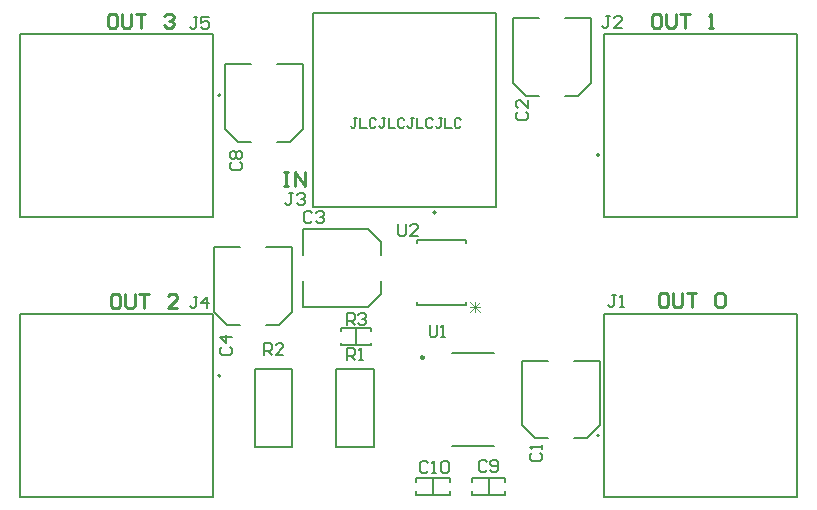
<source format=gto>
G04*
G04 #@! TF.GenerationSoftware,Altium Limited,Altium Designer,22.11.1 (43)*
G04*
G04 Layer_Color=65535*
%FSLAX25Y25*%
%MOIN*%
G70*
G04*
G04 #@! TF.SameCoordinates,86DA71BE-ED10-4D6F-9541-DF3680A4200E*
G04*
G04*
G04 #@! TF.FilePolarity,Positive*
G04*
G01*
G75*
%ADD10C,0.00984*%
%ADD11C,0.00787*%
%ADD12C,0.00591*%
%ADD13C,0.00600*%
%ADD14C,0.00500*%
%ADD15C,0.01000*%
%ADD16C,0.00300*%
%ADD17C,0.00602*%
D10*
X143260Y55575D02*
G03*
X143260Y55575I-492J0D01*
G01*
D11*
X201690Y123031D02*
G03*
X201690Y123031I-394J0D01*
G01*
X147190Y103863D02*
G03*
X147190Y103863I-394J0D01*
G01*
X75468Y49480D02*
G03*
X75468Y49480I-394J0D01*
G01*
Y142976D02*
G03*
X75468Y142976I-394J0D01*
G01*
X201690Y29520D02*
G03*
X201690Y29520I-394J0D01*
G01*
X73208Y92492D02*
X81869D01*
X73208Y70839D02*
Y92492D01*
Y70839D02*
X77539Y66508D01*
X81869D01*
X90531Y92492D02*
X99192D01*
Y70839D02*
Y92492D01*
X94861Y66508D02*
X99192Y70839D01*
X90531Y66508D02*
X94861D01*
X173056Y168744D02*
X181717D01*
X173056Y147091D02*
Y168744D01*
Y147091D02*
X177387Y142760D01*
X181717D01*
X190379Y168744D02*
X199040D01*
Y147091D02*
Y168744D01*
X194710Y142760D02*
X199040Y147091D01*
X190379Y142760D02*
X194710D01*
X175908Y54535D02*
X184569D01*
X175908Y32881D02*
Y54535D01*
Y32881D02*
X180239Y28550D01*
X184569D01*
X193231Y54535D02*
X201892D01*
Y32881D02*
Y54535D01*
X197561Y28550D02*
X201892Y32881D01*
X193231Y28550D02*
X197561D01*
X103108Y72308D02*
Y80969D01*
Y72308D02*
X124761D01*
X129092Y76639D01*
Y80969D01*
X103108Y89631D02*
Y98292D01*
X124761D01*
X129092Y93961D01*
Y89631D02*
Y93961D01*
X77008Y153440D02*
X85669D01*
X77008Y131787D02*
Y153440D01*
Y131787D02*
X81339Y127456D01*
X85669D01*
X94331Y153440D02*
X102992D01*
Y131787D02*
Y153440D01*
X98661Y127456D02*
X102992Y131787D01*
X94331Y127456D02*
X98661D01*
X86854Y51813D02*
X99453D01*
X86854Y25829D02*
Y51813D01*
Y25829D02*
X99453D01*
Y51813D01*
X113960D02*
X126558D01*
X113960Y25829D02*
Y51813D01*
Y25829D02*
X126558D01*
Y51813D01*
X152512Y25949D02*
X166488D01*
X152512Y57051D02*
X166488D01*
D12*
X151808Y14114D02*
Y15295D01*
X140785D02*
X151808D01*
X140785Y14114D02*
Y15295D01*
Y9783D02*
Y10964D01*
Y9783D02*
X151808D01*
Y10964D01*
X146297Y9783D02*
Y15295D01*
X159289Y9783D02*
Y10964D01*
Y9783D02*
X170313D01*
Y10964D01*
Y14114D02*
Y15295D01*
X159289D02*
X170313D01*
X159289Y14114D02*
Y15295D01*
X164801Y9783D02*
Y15295D01*
X120500Y59744D02*
Y65256D01*
X125500Y59744D02*
Y60500D01*
X115500Y59744D02*
X125500D01*
X115500D02*
Y60500D01*
Y64500D02*
Y65256D01*
X125500D01*
Y64500D02*
Y65256D01*
X120980Y135247D02*
X119930D01*
X120455D01*
Y132623D01*
X119930Y132098D01*
X119405D01*
X118881Y132623D01*
X122029Y135247D02*
Y132098D01*
X124128D01*
X127277Y134722D02*
X126752Y135247D01*
X125703D01*
X125178Y134722D01*
Y132623D01*
X125703Y132098D01*
X126752D01*
X127277Y132623D01*
X130426Y135247D02*
X129376D01*
X129901D01*
Y132623D01*
X129376Y132098D01*
X128851D01*
X128326Y132623D01*
X131475Y135247D02*
Y132098D01*
X133574D01*
X136723Y134722D02*
X136198Y135247D01*
X135149D01*
X134624Y134722D01*
Y132623D01*
X135149Y132098D01*
X136198D01*
X136723Y132623D01*
X139871Y135247D02*
X138822D01*
X139347D01*
Y132623D01*
X138822Y132098D01*
X138297D01*
X137772Y132623D01*
X140921Y135247D02*
Y132098D01*
X143020D01*
X146168Y134722D02*
X145644Y135247D01*
X144594D01*
X144070Y134722D01*
Y132623D01*
X144594Y132098D01*
X145644D01*
X146168Y132623D01*
X149317Y135247D02*
X148268D01*
X148792D01*
Y132623D01*
X148268Y132098D01*
X147743D01*
X147218Y132623D01*
X150367Y135247D02*
Y132098D01*
X152466D01*
X155614Y134722D02*
X155089Y135247D01*
X154040D01*
X153515Y134722D01*
Y132623D01*
X154040Y132098D01*
X155089D01*
X155614Y132623D01*
D13*
X141015Y72969D02*
Y73940D01*
Y94569D02*
X157415D01*
X141015Y93599D02*
Y94569D01*
Y72969D02*
X157415D01*
Y73940D01*
Y93599D02*
Y94569D01*
D14*
X203265Y102520D02*
Y163504D01*
X267674D01*
Y102520D02*
Y163504D01*
X203265Y102520D02*
X267674D01*
X106324Y105832D02*
X167308D01*
X106324D02*
Y170241D01*
X167308D01*
Y105832D02*
Y170241D01*
X73106Y9008D02*
Y69992D01*
X8697Y9008D02*
X73106D01*
X8697D02*
Y69992D01*
X73106D01*
Y102504D02*
Y163488D01*
X8697Y102504D02*
X73106D01*
X8697D02*
Y163488D01*
X73106D01*
X203265Y9008D02*
Y69992D01*
X267674D01*
Y9008D02*
Y69992D01*
X203265Y9008D02*
X267674D01*
D15*
X40176Y170195D02*
X38602D01*
X37815Y169408D01*
Y166260D01*
X38602Y165472D01*
X40176D01*
X40963Y166260D01*
Y169408D01*
X40176Y170195D01*
X42538D02*
Y166260D01*
X43325Y165472D01*
X44899D01*
X45686Y166260D01*
Y170195D01*
X47260D02*
X50409D01*
X48835D01*
Y165472D01*
X56706Y169408D02*
X57493Y170195D01*
X59068D01*
X59855Y169408D01*
Y168621D01*
X59068Y167834D01*
X58280D01*
X59068D01*
X59855Y167047D01*
Y166260D01*
X59068Y165472D01*
X57493D01*
X56706Y166260D01*
X41322Y76699D02*
X39748D01*
X38961Y75912D01*
Y72764D01*
X39748Y71976D01*
X41322D01*
X42109Y72764D01*
Y75912D01*
X41322Y76699D01*
X43684D02*
Y72764D01*
X44471Y71976D01*
X46045D01*
X46832Y72764D01*
Y76699D01*
X48406D02*
X51555D01*
X49981D01*
Y71976D01*
X61001D02*
X57852D01*
X61001Y75125D01*
Y75912D01*
X60214Y76699D01*
X58639D01*
X57852Y75912D01*
X221663Y170195D02*
X220089D01*
X219302Y169408D01*
Y166260D01*
X220089Y165472D01*
X221663D01*
X222450Y166260D01*
Y169408D01*
X221663Y170195D01*
X224025D02*
Y166260D01*
X224812Y165472D01*
X226386D01*
X227173Y166260D01*
Y170195D01*
X228747D02*
X231896D01*
X230322D01*
Y165472D01*
X238193D02*
X239767D01*
X238980D01*
Y170195D01*
X238193Y169408D01*
X223861Y77123D02*
X222287D01*
X221500Y76336D01*
Y73187D01*
X222287Y72400D01*
X223861D01*
X224649Y73187D01*
Y76336D01*
X223861Y77123D01*
X226223D02*
Y73187D01*
X227010Y72400D01*
X228584D01*
X229372Y73187D01*
Y77123D01*
X230946D02*
X234094D01*
X232520D01*
Y72400D01*
X240391Y76336D02*
X241179Y77123D01*
X242753D01*
X243540Y76336D01*
Y73187D01*
X242753Y72400D01*
X241179D01*
X240391Y73187D01*
Y76336D01*
X96500Y117423D02*
X98074D01*
X97287D01*
Y112700D01*
X96500D01*
X98074D01*
X100436D02*
Y117423D01*
X103584Y112700D01*
Y117423D01*
D16*
X162065Y70584D02*
X158733Y73917D01*
X162065D02*
X158733Y70584D01*
X162065Y72251D02*
X158733D01*
X160399Y73917D02*
Y70584D01*
D17*
X144501Y20353D02*
X143845Y21009D01*
X142533D01*
X141877Y20353D01*
Y17729D01*
X142533Y17073D01*
X143845D01*
X144501Y17729D01*
X145813Y17073D02*
X147125D01*
X146468D01*
Y21009D01*
X145813Y20353D01*
X149092D02*
X149748Y21009D01*
X151060D01*
X151716Y20353D01*
Y17729D01*
X151060Y17073D01*
X149748D01*
X149092Y17729D01*
Y20353D01*
X164144Y20612D02*
X163488Y21268D01*
X162176D01*
X161520Y20612D01*
Y17988D01*
X162176Y17332D01*
X163488D01*
X164144Y17988D01*
X165456D02*
X166112Y17332D01*
X167424D01*
X168080Y17988D01*
Y20612D01*
X167424Y21268D01*
X166112D01*
X165456Y20612D01*
Y19956D01*
X166112Y19300D01*
X168080D01*
X117520Y66432D02*
Y70368D01*
X119488D01*
X120144Y69712D01*
Y68400D01*
X119488Y67744D01*
X117520D01*
X118832D02*
X120144Y66432D01*
X121456Y69712D02*
X122112Y70368D01*
X123424D01*
X124080Y69712D01*
Y69056D01*
X123424Y68400D01*
X122768D01*
X123424D01*
X124080Y67744D01*
Y67088D01*
X123424Y66432D01*
X122112D01*
X121456Y67088D01*
X134708Y100120D02*
Y96840D01*
X135364Y96184D01*
X136676D01*
X137332Y96840D01*
Y100120D01*
X141268Y96184D02*
X138644D01*
X141268Y98808D01*
Y99464D01*
X140612Y100120D01*
X139300D01*
X138644Y99464D01*
X79388Y120544D02*
X78732Y119888D01*
Y118576D01*
X79388Y117920D01*
X82012D01*
X82668Y118576D01*
Y119888D01*
X82012Y120544D01*
X79388Y121856D02*
X78732Y122512D01*
Y123824D01*
X79388Y124480D01*
X80044D01*
X80700Y123824D01*
X81356Y124480D01*
X82012D01*
X82668Y123824D01*
Y122512D01*
X82012Y121856D01*
X81356D01*
X80700Y122512D01*
X80044Y121856D01*
X79388D01*
X80700Y122512D02*
Y123824D01*
X89874Y56335D02*
Y60270D01*
X91842D01*
X92498Y59614D01*
Y58302D01*
X91842Y57646D01*
X89874D01*
X91186D02*
X92498Y56335D01*
X96433D02*
X93810D01*
X96433Y58958D01*
Y59614D01*
X95777Y60270D01*
X94466D01*
X93810Y59614D01*
X117635Y54652D02*
Y58587D01*
X119603D01*
X120259Y57931D01*
Y56620D01*
X119603Y55963D01*
X117635D01*
X118947D02*
X120259Y54652D01*
X121571D02*
X122883D01*
X122227D01*
Y58587D01*
X121571Y57931D01*
X75988Y58944D02*
X75332Y58288D01*
Y56976D01*
X75988Y56320D01*
X78612D01*
X79268Y56976D01*
Y58288D01*
X78612Y58944D01*
X79268Y62224D02*
X75332D01*
X77300Y60256D01*
Y62880D01*
X106044Y103612D02*
X105388Y104268D01*
X104076D01*
X103420Y103612D01*
Y100988D01*
X104076Y100332D01*
X105388D01*
X106044Y100988D01*
X107356Y103612D02*
X108012Y104268D01*
X109324D01*
X109980Y103612D01*
Y102956D01*
X109324Y102300D01*
X108668D01*
X109324D01*
X109980Y101644D01*
Y100988D01*
X109324Y100332D01*
X108012D01*
X107356Y100988D01*
X174588Y137444D02*
X173932Y136788D01*
Y135476D01*
X174588Y134820D01*
X177212D01*
X177868Y135476D01*
Y136788D01*
X177212Y137444D01*
X177868Y141380D02*
Y138756D01*
X175244Y141380D01*
X174588D01*
X173932Y140724D01*
Y139412D01*
X174588Y138756D01*
X179312Y23755D02*
X178656Y23099D01*
Y21787D01*
X179312Y21131D01*
X181935D01*
X182591Y21787D01*
Y23099D01*
X181935Y23755D01*
X182591Y25067D02*
Y26379D01*
Y25723D01*
X178656D01*
X179312Y25067D01*
X205195Y169337D02*
X203883D01*
X204539D01*
Y166057D01*
X203883Y165401D01*
X203227D01*
X202571Y166057D01*
X209131Y165401D02*
X206507D01*
X209131Y168025D01*
Y168681D01*
X208475Y169337D01*
X207163D01*
X206507Y168681D01*
X99544Y110368D02*
X98232D01*
X98888D01*
Y107088D01*
X98232Y106432D01*
X97576D01*
X96920Y107088D01*
X100856Y109712D02*
X101512Y110368D01*
X102824D01*
X103480Y109712D01*
Y109056D01*
X102824Y108400D01*
X102168D01*
X102824D01*
X103480Y107744D01*
Y107088D01*
X102824Y106432D01*
X101512D01*
X100856Y107088D01*
X67781Y75825D02*
X66469D01*
X67125D01*
Y72545D01*
X66469Y71889D01*
X65813D01*
X65157Y72545D01*
X71061Y71889D02*
Y75825D01*
X69093Y73857D01*
X71717D01*
X67781Y169010D02*
X66469D01*
X67125D01*
Y165731D01*
X66469Y165075D01*
X65813D01*
X65157Y165731D01*
X71717Y169010D02*
X69093D01*
Y167043D01*
X70405Y167699D01*
X71061D01*
X71717Y167043D01*
Y165731D01*
X71061Y165075D01*
X69749D01*
X69093Y165731D01*
X207400Y76368D02*
X206088D01*
X206744D01*
Y73088D01*
X206088Y72432D01*
X205432D01*
X204776Y73088D01*
X208712Y72432D02*
X210024D01*
X209368D01*
Y76368D01*
X208712Y75712D01*
X145125Y66417D02*
Y63137D01*
X145781Y62481D01*
X147092D01*
X147748Y63137D01*
Y66417D01*
X149060Y62481D02*
X150372D01*
X149716D01*
Y66417D01*
X149060Y65761D01*
M02*

</source>
